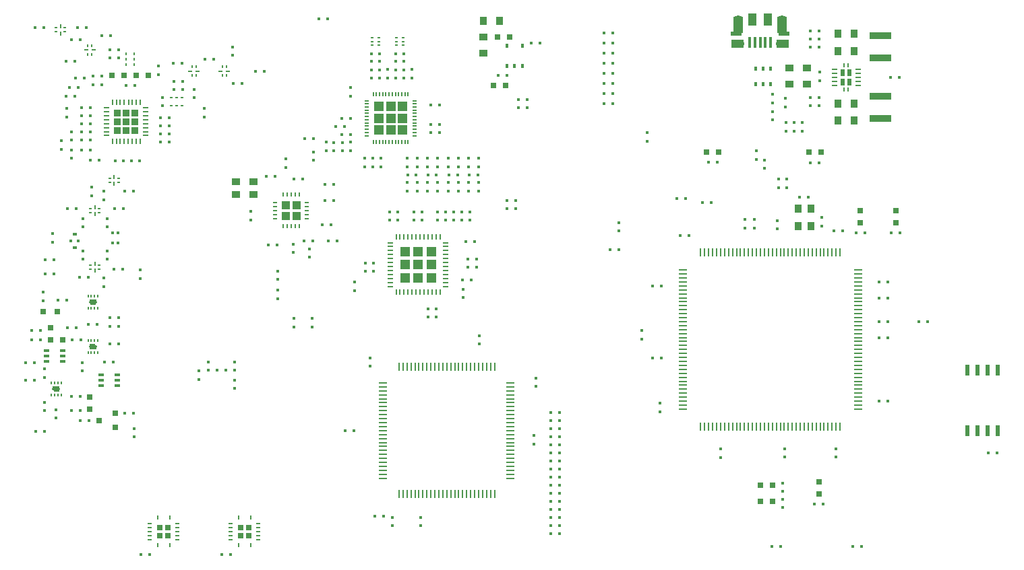
<source format=gtp>
G04 (created by PCBNEW (2013-01-23 BZR 3920)-stable) date Mon Jun 10 00:49:26 2013*
%MOIN*%
G04 Gerber Fmt 3.4, Leading zero omitted, Abs format*
%FSLAX34Y34*%
G01*
G70*
G90*
G04 APERTURE LIST*
%ADD10C,2.3622e-06*%
%ADD11R,0.02736X0.02736*%
%ADD12R,0.0152X0.0228*%
%ADD13R,0.035872X0.041876*%
%ADD14R,0.041876X0.035872*%
%ADD15R,0.00881598X0.044916*%
%ADD16R,0.044916X0.00881598*%
%ADD17R,0.011932X0.052364*%
%ADD18R,0.042636X0.061864*%
%ADD19R,0.064068X0.043396*%
%ADD20R,0.054644X0.019*%
%ADD21R,0.04788X0.084816*%
%ADD22C,0.04788*%
%ADD23C,0.043396*%
%ADD24R,0.019X0.057*%
%ADD25R,0.00600402X0.013452*%
%ADD26R,0.038912X0.00600402*%
%ADD27O,0.035872X0.00600402*%
%ADD28R,0.035872X0.014972*%
%ADD29O,0.032908X0.00600402*%
%ADD30R,0.00448402X0.00600402*%
%ADD31O,0.02546X0.00836*%
%ADD32O,0.00836X0.02546*%
%ADD33R,0.030704X0.030704*%
%ADD34O,0.00737197X0.026068*%
%ADD35O,0.026068X0.00737197*%
%ADD36R,0.045144X0.045144*%
%ADD37O,0.026904X0.00836*%
%ADD38R,0.032908X0.032908*%
%ADD39O,0.00836X0.026904*%
%ADD40O,0.02394X0.00836*%
%ADD41O,0.00836X0.02394*%
%ADD42R,0.039672X0.039672*%
%ADD43R,0.110732X0.035872*%
%ADD44R,0.011932X0.014972*%
%ADD45R,0.020976X0.014972*%
%ADD46R,0.014972X0.017936*%
%ADD47R,0.016492X0.00744803*%
%ADD48R,0.02584X0.02584*%
%ADD49R,0.01672X0.0152*%
%ADD50R,0.0152X0.01672*%
%ADD51R,0.00576X0.016224*%
%ADD52R,0.02304X0.00758402*%
%ADD53R,0.016224X0.00576*%
%ADD54R,0.00758402X0.02304*%
%ADD55R,0.00988X0.012236*%
%ADD56R,0.012236X0.00988*%
%ADD57R,0.0494X0.0494*%
%ADD58R,0.034428X0.043092*%
%ADD59R,0.043092X0.034428*%
%ADD60R,0.016492X0.02394*%
%ADD61R,0.02964X0.01368*%
%ADD62R,0.02546X0.00836*%
%ADD63R,0.024624X0.035872*%
%ADD64R,0.00836X0.020976*%
G04 APERTURE END LIST*
G54D10*
G54D11*
X37600Y-41650D03*
X37600Y-42350D03*
X36800Y-42000D03*
X34050Y-36600D03*
X34750Y-36600D03*
X34400Y-37400D03*
G54D12*
X56975Y-24450D03*
X57725Y-24450D03*
X56975Y-23450D03*
X57350Y-24450D03*
X57725Y-23450D03*
G54D13*
X72015Y-32383D03*
X71385Y-31517D03*
X72015Y-31517D03*
X71385Y-32383D03*
G54D14*
X43567Y-30815D03*
X44433Y-30185D03*
X44433Y-30815D03*
X43567Y-30185D03*
G54D15*
X56362Y-39350D03*
X56165Y-39350D03*
X55969Y-39350D03*
X55772Y-39350D03*
X55575Y-39350D03*
X55378Y-39350D03*
X55181Y-39350D03*
X54984Y-39350D03*
X54787Y-39350D03*
X54591Y-39350D03*
X54394Y-39350D03*
X54197Y-39350D03*
X54000Y-39350D03*
X53803Y-39350D03*
X53606Y-39350D03*
X53409Y-39350D03*
X53213Y-39350D03*
X53016Y-39350D03*
X52819Y-39350D03*
X52622Y-39350D03*
X52425Y-39350D03*
X52228Y-39350D03*
X52031Y-39350D03*
X51835Y-39350D03*
X51638Y-39350D03*
G54D16*
X50850Y-40138D03*
X50850Y-40335D03*
X50850Y-40531D03*
X50850Y-40728D03*
X50850Y-40925D03*
X50850Y-41122D03*
X50850Y-41319D03*
X50850Y-41516D03*
X50850Y-41713D03*
X50850Y-41909D03*
X50850Y-42106D03*
X50850Y-42303D03*
X50850Y-42500D03*
X50850Y-42697D03*
X50850Y-42894D03*
X50850Y-43091D03*
X50850Y-43287D03*
X50850Y-43484D03*
X50850Y-43681D03*
X50850Y-43878D03*
X50850Y-44075D03*
X50850Y-44272D03*
X50850Y-44469D03*
X50850Y-44665D03*
X50850Y-44862D03*
G54D15*
X51638Y-45650D03*
X51835Y-45650D03*
X52031Y-45650D03*
X52228Y-45650D03*
X52425Y-45650D03*
X52622Y-45650D03*
X52819Y-45650D03*
X53016Y-45650D03*
X53213Y-45650D03*
X53409Y-45650D03*
X53606Y-45650D03*
X53803Y-45650D03*
X54000Y-45650D03*
X54197Y-45650D03*
X54394Y-45650D03*
X54591Y-45650D03*
X54787Y-45650D03*
X54984Y-45650D03*
X55181Y-45650D03*
X55378Y-45650D03*
X55575Y-45650D03*
X55772Y-45650D03*
X55969Y-45650D03*
X56165Y-45650D03*
X56362Y-45650D03*
G54D16*
X57150Y-44862D03*
X57150Y-44665D03*
X57150Y-44469D03*
X57150Y-44272D03*
X57150Y-44075D03*
X57150Y-43878D03*
X57150Y-43681D03*
X57150Y-43484D03*
X57150Y-43287D03*
X57150Y-43091D03*
X57150Y-42894D03*
X57150Y-42697D03*
X57150Y-42500D03*
X57150Y-42303D03*
X57150Y-42106D03*
X57150Y-41909D03*
X57150Y-41713D03*
X57150Y-41516D03*
X57150Y-41319D03*
X57150Y-41122D03*
X57150Y-40925D03*
X57150Y-40728D03*
X57150Y-40531D03*
X57150Y-40335D03*
X57150Y-40138D03*
G54D17*
X70012Y-23281D03*
X69756Y-23281D03*
X69500Y-23281D03*
X69244Y-23281D03*
X68988Y-23281D03*
G54D18*
X69879Y-22156D03*
X69121Y-22156D03*
G54D19*
X70614Y-23340D03*
X68386Y-23340D03*
G54D20*
X70676Y-22827D03*
X68324Y-22827D03*
G54D21*
X70583Y-22394D03*
X68417Y-22394D03*
G54D22*
X70583Y-22169D03*
X68417Y-22169D03*
G54D23*
X70479Y-23339D03*
X68521Y-23339D03*
G54D24*
X81250Y-39500D03*
X80750Y-39500D03*
X80250Y-39500D03*
X79750Y-39500D03*
X79750Y-42500D03*
X80250Y-42500D03*
X80750Y-42500D03*
X81250Y-42500D03*
G54D25*
X36264Y-36455D03*
X36421Y-36455D03*
X36579Y-36455D03*
X36736Y-36455D03*
X36736Y-35845D03*
X36579Y-35845D03*
X36421Y-35845D03*
X36264Y-35845D03*
G54D26*
X36500Y-36150D03*
G54D27*
X36500Y-36052D03*
G54D28*
X36500Y-36150D03*
G54D29*
X36520Y-36248D03*
G54D30*
X36333Y-36248D03*
G54D25*
X34454Y-40745D03*
X34611Y-40745D03*
X34769Y-40745D03*
X34926Y-40745D03*
X34926Y-40135D03*
X34769Y-40135D03*
X34611Y-40135D03*
X34454Y-40135D03*
G54D26*
X34690Y-40440D03*
G54D27*
X34690Y-40342D03*
G54D28*
X34690Y-40440D03*
G54D29*
X34710Y-40538D03*
G54D30*
X34523Y-40538D03*
G54D25*
X36736Y-38045D03*
X36579Y-38045D03*
X36421Y-38045D03*
X36264Y-38045D03*
X36264Y-38655D03*
X36421Y-38655D03*
X36579Y-38655D03*
X36736Y-38655D03*
G54D26*
X36500Y-38350D03*
G54D27*
X36500Y-38448D03*
G54D28*
X36500Y-38350D03*
G54D29*
X36480Y-38252D03*
G54D30*
X36667Y-38252D03*
G54D31*
X44679Y-47894D03*
X44679Y-47697D03*
X44679Y-47500D03*
X44679Y-47303D03*
X44679Y-47106D03*
G54D32*
X43705Y-46821D03*
G54D31*
X43321Y-47106D03*
X43321Y-47303D03*
X43321Y-47500D03*
X43321Y-47697D03*
X43321Y-47894D03*
G54D33*
X44202Y-47702D03*
X43798Y-47702D03*
X44202Y-47298D03*
X43798Y-47298D03*
G54D32*
X44295Y-46821D03*
X43705Y-48179D03*
X44295Y-48179D03*
G54D31*
X40679Y-47894D03*
X40679Y-47697D03*
X40679Y-47500D03*
X40679Y-47303D03*
X40679Y-47106D03*
G54D32*
X39705Y-46821D03*
G54D31*
X39321Y-47106D03*
X39321Y-47303D03*
X39321Y-47500D03*
X39321Y-47697D03*
X39321Y-47894D03*
G54D33*
X40202Y-47702D03*
X39798Y-47702D03*
X40202Y-47298D03*
X39798Y-47298D03*
G54D32*
X40295Y-46821D03*
X39705Y-48179D03*
X40295Y-48179D03*
G54D34*
X52091Y-25844D03*
X51934Y-25844D03*
X51776Y-25844D03*
X51619Y-25844D03*
X51461Y-25844D03*
X51304Y-25844D03*
X51146Y-25844D03*
X50989Y-25844D03*
X50831Y-25844D03*
X50674Y-25844D03*
X50516Y-25844D03*
X50359Y-25844D03*
G54D35*
X50044Y-26159D03*
X50044Y-26316D03*
X50044Y-26474D03*
X50044Y-26631D03*
X50044Y-26789D03*
X50044Y-26946D03*
X50044Y-27104D03*
X50044Y-27261D03*
X50044Y-27419D03*
X50044Y-27576D03*
X50044Y-27734D03*
X50044Y-27891D03*
G54D34*
X50359Y-28206D03*
X50516Y-28206D03*
X50674Y-28206D03*
X50831Y-28206D03*
X50989Y-28206D03*
X51146Y-28206D03*
X51304Y-28206D03*
X51461Y-28206D03*
X51619Y-28206D03*
X51776Y-28206D03*
X51934Y-28206D03*
X52091Y-28206D03*
G54D35*
X52406Y-27891D03*
X52406Y-27734D03*
X52406Y-27576D03*
X52406Y-27419D03*
X52406Y-27261D03*
X52406Y-27104D03*
X52406Y-26946D03*
X52406Y-26789D03*
X52406Y-26631D03*
X52406Y-26474D03*
X52406Y-26316D03*
X52406Y-26159D03*
G54D36*
X51819Y-26431D03*
X51819Y-27025D03*
X51819Y-27619D03*
X51225Y-26431D03*
X51225Y-27025D03*
X51225Y-27619D03*
X50631Y-26431D03*
X50631Y-27025D03*
X50631Y-27619D03*
G54D37*
X37185Y-26511D03*
X37185Y-26708D03*
X37185Y-26905D03*
X37185Y-27102D03*
X37185Y-27298D03*
X37185Y-27495D03*
X37185Y-27692D03*
X37185Y-27889D03*
G54D38*
X37717Y-26767D03*
X38150Y-26767D03*
X38583Y-26767D03*
X37717Y-27200D03*
X38150Y-27200D03*
X38583Y-27200D03*
X37717Y-27633D03*
X38150Y-27633D03*
X38583Y-27633D03*
G54D39*
X37461Y-28165D03*
X37658Y-28165D03*
X37855Y-28165D03*
X38052Y-28165D03*
X38248Y-28165D03*
X38445Y-28165D03*
X38642Y-28165D03*
X38839Y-28165D03*
G54D37*
X39115Y-27889D03*
X39115Y-27692D03*
X39115Y-27495D03*
X39115Y-27298D03*
X39115Y-27102D03*
X39115Y-26905D03*
X39115Y-26708D03*
X39115Y-26511D03*
G54D39*
X38839Y-26235D03*
X38642Y-26235D03*
X38445Y-26235D03*
X38268Y-26235D03*
X38052Y-26235D03*
X37855Y-26235D03*
X37678Y-26235D03*
X37461Y-26235D03*
G54D40*
X45513Y-31206D03*
X45513Y-31403D03*
X45513Y-31600D03*
X45513Y-31797D03*
X45513Y-31994D03*
G54D41*
X45906Y-32387D03*
X46103Y-32387D03*
X46300Y-32387D03*
X46497Y-32387D03*
X46694Y-32387D03*
G54D40*
X47087Y-31994D03*
X47087Y-31797D03*
X47087Y-31600D03*
X47087Y-31403D03*
X47087Y-31206D03*
G54D41*
X46694Y-30813D03*
X46497Y-30813D03*
X46300Y-30813D03*
X46103Y-30813D03*
X45906Y-30813D03*
G54D42*
X46039Y-31339D03*
X46561Y-31339D03*
X46039Y-31861D03*
X46561Y-31861D03*
G54D43*
X75450Y-27051D03*
X75450Y-25949D03*
X75450Y-24051D03*
X75450Y-22949D03*
G54D15*
X73445Y-33659D03*
X73248Y-33659D03*
X73051Y-33659D03*
X72854Y-33659D03*
X72657Y-33659D03*
X72461Y-33659D03*
X72264Y-33659D03*
X72067Y-33659D03*
X71870Y-33659D03*
X71673Y-33659D03*
X71476Y-33659D03*
X71280Y-33659D03*
X71083Y-33659D03*
X70886Y-33659D03*
X70689Y-33659D03*
X70492Y-33659D03*
X70295Y-33659D03*
X70098Y-33659D03*
X69902Y-33659D03*
X69705Y-33659D03*
X69508Y-33659D03*
X69311Y-33659D03*
X69114Y-33659D03*
X68917Y-33659D03*
X68720Y-33659D03*
X68524Y-33659D03*
X68327Y-33659D03*
X68130Y-33659D03*
X67933Y-33659D03*
X67736Y-33659D03*
X67539Y-33659D03*
X67343Y-33659D03*
X67146Y-33659D03*
X66949Y-33659D03*
X66752Y-33659D03*
X66555Y-33659D03*
G54D16*
X65669Y-34545D03*
X65669Y-34742D03*
X65669Y-34939D03*
X65669Y-35136D03*
X65669Y-35333D03*
X65669Y-35529D03*
X65669Y-35726D03*
X65669Y-35923D03*
X65669Y-36120D03*
X65669Y-36317D03*
X65669Y-36514D03*
X65669Y-36710D03*
X65669Y-36907D03*
X65669Y-37104D03*
X65669Y-37301D03*
X65669Y-37498D03*
X65669Y-37695D03*
X65669Y-37892D03*
X65669Y-38088D03*
X65669Y-38285D03*
X65669Y-38482D03*
X65669Y-38679D03*
X65669Y-38876D03*
X65669Y-39073D03*
X65669Y-39270D03*
X65669Y-39466D03*
X65669Y-39663D03*
X65669Y-39860D03*
X65669Y-40057D03*
X65669Y-40254D03*
X65669Y-40451D03*
X65669Y-40647D03*
X65669Y-40844D03*
X65669Y-41041D03*
X65669Y-41238D03*
X65669Y-41435D03*
G54D15*
X66555Y-42321D03*
X66752Y-42321D03*
X66949Y-42321D03*
X67146Y-42321D03*
X67343Y-42321D03*
X67539Y-42321D03*
X67736Y-42321D03*
X67933Y-42321D03*
X68130Y-42321D03*
X68327Y-42321D03*
X68524Y-42321D03*
X68720Y-42321D03*
X68917Y-42321D03*
X69114Y-42321D03*
X69311Y-42321D03*
X69508Y-42321D03*
X69705Y-42321D03*
X69902Y-42321D03*
X70098Y-42321D03*
X70295Y-42321D03*
X70492Y-42321D03*
X70689Y-42321D03*
X70886Y-42321D03*
X71083Y-42321D03*
X71280Y-42321D03*
X71476Y-42321D03*
X71673Y-42321D03*
X71870Y-42321D03*
X72067Y-42321D03*
X72264Y-42321D03*
X72461Y-42321D03*
X72657Y-42321D03*
X72854Y-42321D03*
X73051Y-42321D03*
X73248Y-42321D03*
X73445Y-42321D03*
G54D16*
X74331Y-41435D03*
X74331Y-41238D03*
X74331Y-41041D03*
X74331Y-40844D03*
X74331Y-40647D03*
X74331Y-40451D03*
X74331Y-40254D03*
X74331Y-40057D03*
X74331Y-39860D03*
X74331Y-39663D03*
X74331Y-39466D03*
X74331Y-39270D03*
X74331Y-39073D03*
X74331Y-38876D03*
X74331Y-38679D03*
X74331Y-38482D03*
X74331Y-38285D03*
X74331Y-38088D03*
X74331Y-37892D03*
X74331Y-37695D03*
X74331Y-37498D03*
X74331Y-37301D03*
X74331Y-37104D03*
X74331Y-36907D03*
X74331Y-36710D03*
X74331Y-36514D03*
X74331Y-36317D03*
X74331Y-36120D03*
X74331Y-35923D03*
X74331Y-35726D03*
X74331Y-35529D03*
X74331Y-35333D03*
X74331Y-35136D03*
X74331Y-34939D03*
X74331Y-34742D03*
X74331Y-34545D03*
G54D44*
X37738Y-33196D03*
X37738Y-32704D03*
X37462Y-32704D03*
X37462Y-33196D03*
G54D45*
X35600Y-32765D03*
X35600Y-33435D03*
G54D46*
X35777Y-33100D03*
X35423Y-33100D03*
G54D47*
X51508Y-23028D03*
X51508Y-23225D03*
X51508Y-23422D03*
X51842Y-23422D03*
X51842Y-23225D03*
X51842Y-23028D03*
X50308Y-23028D03*
X50308Y-23225D03*
X50308Y-23422D03*
X50642Y-23422D03*
X50642Y-23225D03*
X50642Y-23028D03*
G54D48*
X72500Y-28700D03*
X71900Y-28700D03*
X67450Y-28700D03*
X66850Y-28700D03*
X72400Y-45050D03*
X72400Y-45650D03*
X70100Y-46000D03*
X69500Y-46000D03*
X70100Y-45200D03*
X69500Y-45200D03*
X74450Y-31600D03*
X74450Y-32200D03*
X76200Y-31600D03*
X76200Y-32200D03*
X37450Y-24900D03*
X38050Y-24900D03*
X35000Y-38000D03*
X34400Y-38000D03*
X57100Y-23000D03*
X56500Y-23000D03*
X39250Y-24900D03*
X38650Y-24900D03*
X56900Y-25400D03*
X56300Y-25400D03*
X36350Y-40850D03*
X36350Y-41450D03*
G54D49*
X62500Y-32190D03*
X62500Y-32610D03*
G54D50*
X72410Y-23500D03*
X71990Y-23500D03*
X72410Y-23100D03*
X71990Y-23100D03*
X77340Y-37100D03*
X77760Y-37100D03*
X74510Y-48250D03*
X74090Y-48250D03*
G54D49*
X71190Y-27240D03*
X71190Y-27660D03*
X71590Y-27660D03*
X71590Y-27240D03*
X70750Y-26460D03*
X70750Y-26040D03*
X70790Y-27660D03*
X70790Y-27240D03*
G54D50*
X75940Y-25000D03*
X76360Y-25000D03*
X35340Y-25500D03*
X35760Y-25500D03*
X72410Y-26000D03*
X71990Y-26000D03*
G54D49*
X54075Y-30215D03*
X54075Y-30635D03*
G54D50*
X37760Y-23650D03*
X37340Y-23650D03*
X35640Y-25050D03*
X36060Y-25050D03*
X40490Y-24300D03*
X40910Y-24300D03*
G54D49*
X38850Y-34960D03*
X38850Y-34540D03*
G54D50*
X36360Y-28600D03*
X35940Y-28600D03*
G54D49*
X34950Y-28560D03*
X34950Y-28140D03*
G54D50*
X35940Y-27700D03*
X36360Y-27700D03*
X36360Y-26500D03*
X35940Y-26500D03*
X62090Y-33550D03*
X62510Y-33550D03*
G54D49*
X63650Y-37960D03*
X63650Y-37540D03*
X55575Y-30215D03*
X55575Y-30635D03*
X55075Y-30215D03*
X55075Y-30635D03*
X54575Y-30215D03*
X54575Y-30635D03*
G54D50*
X57410Y-31500D03*
X56990Y-31500D03*
X57540Y-26500D03*
X57960Y-26500D03*
X34790Y-36050D03*
X35210Y-36050D03*
G54D49*
X54075Y-29015D03*
X54075Y-29435D03*
X54575Y-29015D03*
X54575Y-29435D03*
X55075Y-29015D03*
X55075Y-29435D03*
X55575Y-29015D03*
X55575Y-29435D03*
G54D50*
X57410Y-31100D03*
X56990Y-31100D03*
X57540Y-26100D03*
X57960Y-26100D03*
G54D49*
X53525Y-29015D03*
X53525Y-29435D03*
X53025Y-29015D03*
X53025Y-29435D03*
X52525Y-29015D03*
X52525Y-29435D03*
X52025Y-29015D03*
X52025Y-29435D03*
X38550Y-42810D03*
X38550Y-42390D03*
G54D50*
X48415Y-28225D03*
X48835Y-28225D03*
X48415Y-28625D03*
X48835Y-28625D03*
G54D49*
X47350Y-36940D03*
X47350Y-37360D03*
X46450Y-36940D03*
X46450Y-37360D03*
X36000Y-31990D03*
X36000Y-32410D03*
G54D50*
X37540Y-34500D03*
X37960Y-34500D03*
G54D49*
X37050Y-30640D03*
X37050Y-31060D03*
G54D50*
X42040Y-24100D03*
X42460Y-24100D03*
G54D49*
X41500Y-25590D03*
X41500Y-26010D03*
G54D50*
X35190Y-24200D03*
X35610Y-24200D03*
G54D49*
X36450Y-30440D03*
X36450Y-30860D03*
X40500Y-25190D03*
X40500Y-25610D03*
X36000Y-34010D03*
X36000Y-33590D03*
X37200Y-33590D03*
X37200Y-34010D03*
X40950Y-25190D03*
X40950Y-25610D03*
G54D50*
X35840Y-34900D03*
X36260Y-34900D03*
X35240Y-31500D03*
X35660Y-31500D03*
G54D49*
X37050Y-34940D03*
X37050Y-35360D03*
G54D50*
X45610Y-33300D03*
X45190Y-33300D03*
G54D49*
X44300Y-31640D03*
X44300Y-32060D03*
G54D50*
X59140Y-47600D03*
X59560Y-47600D03*
X59140Y-47200D03*
X59560Y-47200D03*
X38090Y-30650D03*
X38510Y-30650D03*
X40260Y-28200D03*
X39840Y-28200D03*
X40260Y-27000D03*
X39840Y-27000D03*
X40260Y-27400D03*
X39840Y-27400D03*
X35940Y-27300D03*
X36360Y-27300D03*
X35940Y-26900D03*
X36360Y-26900D03*
X43440Y-25300D03*
X43860Y-25300D03*
X44540Y-24700D03*
X44960Y-24700D03*
G54D49*
X42000Y-26960D03*
X42000Y-26540D03*
G54D50*
X59140Y-46800D03*
X59560Y-46800D03*
X37590Y-31500D03*
X38010Y-31500D03*
X36810Y-29100D03*
X36390Y-29100D03*
G54D49*
X35450Y-29010D03*
X35450Y-28590D03*
G54D50*
X35940Y-28100D03*
X36360Y-28100D03*
G54D49*
X35450Y-27690D03*
X35450Y-28110D03*
X43400Y-23490D03*
X43400Y-23910D03*
X37200Y-31990D03*
X37200Y-32410D03*
G54D50*
X62210Y-22800D03*
X61790Y-22800D03*
X67360Y-29200D03*
X66940Y-29200D03*
X72190Y-46150D03*
X72610Y-46150D03*
X75990Y-32700D03*
X76410Y-32700D03*
X74240Y-32700D03*
X74660Y-32700D03*
G54D49*
X70600Y-45090D03*
X70600Y-45510D03*
X70600Y-45890D03*
X70600Y-46310D03*
X69200Y-32040D03*
X69200Y-32460D03*
G54D50*
X61790Y-24300D03*
X62210Y-24300D03*
X72410Y-29250D03*
X71990Y-29250D03*
G54D49*
X63900Y-28160D03*
X63900Y-27740D03*
X70100Y-27110D03*
X70100Y-26690D03*
G54D50*
X66640Y-31200D03*
X67060Y-31200D03*
X65390Y-31000D03*
X65810Y-31000D03*
G54D49*
X70100Y-26260D03*
X70100Y-25840D03*
G54D50*
X70510Y-48250D03*
X70090Y-48250D03*
G54D49*
X69700Y-29090D03*
X69700Y-29510D03*
X69300Y-28640D03*
X69300Y-29060D03*
G54D50*
X59140Y-43600D03*
X59560Y-43600D03*
X59140Y-46400D03*
X59560Y-46400D03*
X59140Y-46000D03*
X59560Y-46000D03*
X61790Y-26300D03*
X62210Y-26300D03*
X59140Y-45600D03*
X59560Y-45600D03*
X59140Y-45200D03*
X59560Y-45200D03*
X59140Y-44800D03*
X59560Y-44800D03*
X59140Y-44400D03*
X59560Y-44400D03*
X59140Y-44000D03*
X59560Y-44000D03*
X72410Y-26400D03*
X71990Y-26400D03*
X61790Y-24800D03*
X62210Y-24800D03*
X59140Y-43200D03*
X59560Y-43200D03*
X59140Y-42800D03*
X59560Y-42800D03*
X59140Y-42400D03*
X59560Y-42400D03*
X59140Y-42000D03*
X59560Y-42000D03*
X59140Y-41600D03*
X59560Y-41600D03*
X46860Y-30050D03*
X46440Y-30050D03*
X52065Y-29825D03*
X52485Y-29825D03*
G54D49*
X50675Y-24215D03*
X50675Y-24635D03*
X49925Y-29435D03*
X49925Y-29015D03*
X52025Y-30635D03*
X52025Y-30215D03*
X52525Y-30635D03*
X52525Y-30215D03*
X53025Y-30635D03*
X53025Y-30215D03*
X53525Y-30635D03*
X53525Y-30215D03*
X50275Y-24215D03*
X50275Y-24635D03*
X49225Y-28215D03*
X49225Y-28635D03*
G54D50*
X45090Y-29900D03*
X45510Y-29900D03*
G54D49*
X48025Y-28215D03*
X48025Y-28635D03*
X47400Y-28690D03*
X47400Y-29110D03*
G54D50*
X46990Y-28050D03*
X47410Y-28050D03*
X48260Y-32300D03*
X47840Y-32300D03*
X47360Y-33100D03*
X46940Y-33100D03*
G54D49*
X51475Y-24215D03*
X51475Y-24635D03*
G54D50*
X48410Y-31100D03*
X47990Y-31100D03*
X49965Y-34200D03*
X50385Y-34200D03*
X49965Y-34600D03*
X50385Y-34600D03*
X72410Y-22700D03*
X71990Y-22700D03*
X65540Y-32850D03*
X65960Y-32850D03*
X64190Y-35350D03*
X64610Y-35350D03*
X64190Y-38900D03*
X64610Y-38900D03*
G54D49*
X64550Y-41140D03*
X64550Y-41560D03*
X67540Y-43830D03*
X67540Y-43410D03*
X70700Y-43810D03*
X70700Y-43390D03*
X73250Y-43810D03*
X73250Y-43390D03*
G54D50*
X75810Y-41050D03*
X75390Y-41050D03*
X75810Y-37900D03*
X75390Y-37900D03*
X75810Y-37100D03*
X75390Y-37100D03*
X75810Y-35950D03*
X75390Y-35950D03*
G54D49*
X49225Y-25515D03*
X49225Y-25935D03*
X53525Y-31665D03*
X53525Y-32085D03*
X53925Y-31665D03*
X53925Y-32085D03*
X52375Y-31665D03*
X52375Y-32085D03*
X52775Y-31665D03*
X52775Y-32085D03*
X51575Y-31665D03*
X51575Y-32085D03*
X51175Y-31665D03*
X51175Y-32085D03*
X53075Y-36885D03*
X53075Y-36465D03*
X53475Y-36885D03*
X53475Y-36465D03*
G54D50*
X55210Y-35050D03*
X54790Y-35050D03*
G54D49*
X54800Y-35910D03*
X54800Y-35490D03*
G54D50*
X55460Y-34000D03*
X55040Y-34000D03*
X55460Y-34400D03*
X55040Y-34400D03*
X55360Y-33150D03*
X54940Y-33150D03*
G54D49*
X52275Y-24615D03*
X52275Y-25035D03*
X51075Y-24615D03*
X51075Y-25035D03*
G54D50*
X75810Y-35150D03*
X75390Y-35150D03*
X48815Y-27025D03*
X49235Y-27025D03*
X48515Y-27425D03*
X48935Y-27425D03*
X48815Y-27825D03*
X49235Y-27825D03*
G54D49*
X50725Y-29435D03*
X50725Y-29015D03*
X50325Y-29435D03*
X50325Y-29015D03*
G54D50*
X53635Y-27725D03*
X53215Y-27725D03*
X53635Y-27325D03*
X53215Y-27325D03*
X53635Y-26375D03*
X53215Y-26375D03*
X55115Y-29825D03*
X55535Y-29825D03*
X54115Y-29825D03*
X54535Y-29825D03*
G54D49*
X55125Y-31665D03*
X55125Y-32085D03*
X54725Y-31665D03*
X54725Y-32085D03*
X51875Y-24215D03*
X51875Y-24635D03*
X54325Y-31665D03*
X54325Y-32085D03*
G54D50*
X53065Y-29825D03*
X53485Y-29825D03*
X33490Y-38000D03*
X33910Y-38000D03*
X38400Y-29130D03*
X38820Y-29130D03*
X33610Y-39150D03*
X33190Y-39150D03*
X33610Y-40000D03*
X33190Y-40000D03*
G54D49*
X34100Y-41510D03*
X34100Y-41090D03*
X34680Y-41880D03*
X34680Y-41460D03*
G54D50*
X35860Y-40800D03*
X35440Y-40800D03*
G54D49*
X35970Y-39130D03*
X35970Y-39550D03*
G54D50*
X35660Y-37400D03*
X35240Y-37400D03*
X37510Y-39100D03*
X37090Y-39100D03*
G54D49*
X34100Y-39440D03*
X34100Y-39860D03*
G54D50*
X37760Y-37350D03*
X37340Y-37350D03*
X33640Y-22550D03*
X34060Y-22550D03*
X37760Y-38200D03*
X37340Y-38200D03*
X37360Y-22950D03*
X36940Y-22950D03*
G54D49*
X34050Y-35640D03*
X34050Y-36060D03*
G54D50*
X38890Y-48650D03*
X39310Y-48650D03*
X35860Y-23150D03*
X35440Y-23150D03*
X35910Y-38000D03*
X35490Y-38000D03*
X37760Y-24050D03*
X37340Y-24050D03*
X48110Y-22100D03*
X47690Y-22100D03*
X35740Y-22550D03*
X36160Y-22550D03*
X37600Y-29130D03*
X38020Y-29130D03*
G54D49*
X36500Y-24940D03*
X36500Y-25360D03*
G54D50*
X36290Y-37250D03*
X36710Y-37250D03*
G54D49*
X34500Y-32740D03*
X34500Y-33160D03*
X36950Y-25360D03*
X36950Y-24940D03*
X39750Y-24440D03*
X39750Y-24860D03*
G54D50*
X34560Y-34750D03*
X34140Y-34750D03*
X37340Y-36900D03*
X37760Y-36900D03*
X34560Y-34050D03*
X34140Y-34050D03*
G54D49*
X35200Y-26960D03*
X35200Y-26540D03*
G54D50*
X71860Y-30950D03*
X71440Y-30950D03*
X73560Y-32600D03*
X73140Y-32600D03*
G54D49*
X68750Y-32040D03*
X68750Y-32460D03*
X70350Y-32090D03*
X70350Y-32510D03*
G54D50*
X80790Y-43600D03*
X81210Y-43600D03*
G54D49*
X72450Y-24740D03*
X72450Y-25160D03*
X58300Y-43160D03*
X58300Y-42740D03*
X58400Y-39890D03*
X58400Y-40310D03*
X55600Y-37790D03*
X55600Y-38210D03*
X50200Y-38890D03*
X50200Y-39310D03*
X52700Y-47210D03*
X52700Y-46790D03*
G54D50*
X48990Y-42500D03*
X49410Y-42500D03*
G54D49*
X51300Y-47210D03*
X51300Y-46790D03*
X70400Y-30460D03*
X70400Y-30040D03*
X70800Y-30040D03*
X70800Y-30460D03*
X72550Y-31940D03*
X72550Y-32360D03*
G54D50*
X35190Y-25950D03*
X35610Y-25950D03*
X56960Y-24900D03*
X56540Y-24900D03*
X35440Y-41500D03*
X35860Y-41500D03*
X38510Y-41650D03*
X38090Y-41650D03*
X36310Y-42000D03*
X35890Y-42000D03*
X33910Y-37550D03*
X33490Y-37550D03*
X34110Y-42550D03*
X33690Y-42550D03*
X42890Y-48650D03*
X43310Y-48650D03*
X40260Y-27800D03*
X39840Y-27800D03*
G54D49*
X39950Y-25990D03*
X39950Y-26410D03*
G54D50*
X38560Y-25400D03*
X38140Y-25400D03*
X51465Y-23825D03*
X51885Y-23825D03*
X51465Y-25025D03*
X51885Y-25025D03*
X50265Y-23825D03*
X50685Y-23825D03*
X50265Y-25025D03*
X50685Y-25025D03*
X48140Y-33100D03*
X48560Y-33100D03*
G54D49*
X47200Y-33490D03*
X47200Y-33910D03*
X46050Y-29460D03*
X46050Y-29040D03*
G54D50*
X47990Y-30300D03*
X48410Y-30300D03*
G54D49*
X49450Y-35140D03*
X49450Y-35560D03*
G54D50*
X50440Y-46750D03*
X50860Y-46750D03*
X58610Y-23300D03*
X58190Y-23300D03*
X61790Y-25300D03*
X62210Y-25300D03*
X61790Y-23300D03*
X62210Y-23300D03*
X61790Y-23800D03*
X62210Y-23800D03*
X61790Y-25800D03*
X62210Y-25800D03*
G54D49*
X43500Y-39990D03*
X43500Y-40410D03*
G54D50*
X42640Y-39500D03*
X43060Y-39500D03*
G54D49*
X45650Y-35960D03*
X45650Y-35540D03*
X42200Y-39510D03*
X42200Y-39090D03*
X43500Y-39090D03*
X43500Y-39510D03*
X41750Y-39960D03*
X41750Y-39540D03*
X45650Y-34590D03*
X45650Y-35010D03*
G54D51*
X43098Y-24489D03*
G54D52*
X42823Y-24700D03*
G54D51*
X42902Y-24911D03*
X43098Y-24911D03*
G54D52*
X43177Y-24700D03*
G54D51*
X42902Y-24489D03*
X41402Y-24911D03*
G54D52*
X41677Y-24700D03*
G54D51*
X41598Y-24489D03*
X41402Y-24489D03*
G54D52*
X41323Y-24700D03*
G54D51*
X41598Y-24911D03*
X36448Y-23439D03*
G54D52*
X36173Y-23650D03*
G54D51*
X36252Y-23861D03*
X36448Y-23861D03*
G54D52*
X36527Y-23650D03*
G54D51*
X36252Y-23439D03*
G54D53*
X34689Y-22552D03*
G54D54*
X34900Y-22827D03*
G54D53*
X35111Y-22748D03*
X35111Y-22552D03*
G54D54*
X34900Y-22473D03*
G54D53*
X34689Y-22748D03*
X37761Y-30198D03*
G54D54*
X37550Y-29923D03*
G54D53*
X37339Y-30002D03*
X37339Y-30198D03*
G54D54*
X37550Y-30277D03*
G54D53*
X37761Y-30002D03*
X36389Y-31502D03*
G54D54*
X36600Y-31777D03*
G54D53*
X36811Y-31698D03*
X36811Y-31502D03*
G54D54*
X36600Y-31423D03*
G54D53*
X36389Y-31698D03*
X36811Y-34498D03*
G54D54*
X36600Y-34223D03*
G54D53*
X36389Y-34302D03*
X36389Y-34498D03*
G54D54*
X36600Y-34577D03*
G54D53*
X36811Y-34302D03*
G54D55*
X38155Y-23840D03*
X38155Y-24100D03*
X38155Y-24360D03*
X38545Y-24360D03*
X38545Y-24100D03*
X38545Y-23840D03*
G54D56*
X40910Y-26005D03*
X40650Y-26005D03*
X40390Y-26005D03*
X40390Y-26395D03*
X40650Y-26395D03*
X40910Y-26395D03*
G54D39*
X53658Y-32917D03*
X53461Y-32917D03*
X53264Y-32917D03*
X53067Y-32917D03*
X52870Y-32917D03*
X52673Y-32917D03*
X52477Y-32917D03*
X52280Y-32917D03*
X52083Y-32917D03*
X51886Y-32917D03*
X51689Y-32917D03*
X51492Y-32917D03*
G54D37*
X51217Y-33192D03*
X51217Y-33389D03*
X51217Y-33586D03*
X51217Y-33783D03*
X51217Y-33980D03*
X51217Y-34177D03*
X51217Y-34373D03*
X51217Y-34570D03*
X51217Y-34767D03*
X51217Y-34964D03*
X51217Y-35161D03*
X51217Y-35358D03*
G54D39*
X51492Y-35633D03*
X51689Y-35633D03*
X51886Y-35633D03*
X52083Y-35633D03*
X52280Y-35633D03*
X52477Y-35633D03*
X52673Y-35633D03*
X52870Y-35633D03*
X53067Y-35633D03*
X53264Y-35633D03*
X53461Y-35633D03*
X53658Y-35633D03*
G54D37*
X53933Y-35358D03*
X53933Y-35161D03*
X53933Y-34964D03*
X53933Y-34767D03*
X53933Y-34570D03*
X53933Y-34373D03*
X53933Y-34177D03*
X53933Y-33980D03*
X53933Y-33783D03*
X53933Y-33586D03*
X53933Y-33389D03*
X53933Y-33192D03*
G54D57*
X53225Y-33625D03*
X53225Y-34275D03*
X53225Y-34925D03*
X52575Y-33625D03*
X52575Y-34275D03*
X52575Y-34925D03*
X51925Y-33625D03*
X51925Y-34275D03*
X51925Y-34925D03*
G54D58*
X74150Y-26300D03*
X73350Y-26300D03*
X74150Y-27150D03*
X73350Y-27150D03*
X73350Y-22850D03*
X74150Y-22850D03*
X73350Y-23700D03*
X74150Y-23700D03*
X55800Y-22200D03*
X56600Y-22200D03*
G54D59*
X55800Y-23800D03*
X55800Y-23000D03*
X71800Y-24550D03*
X71800Y-25350D03*
X70950Y-25350D03*
X70950Y-24550D03*
G54D60*
X70024Y-24566D03*
X69650Y-24566D03*
X69276Y-24566D03*
X69276Y-25334D03*
X69650Y-25334D03*
X70024Y-25334D03*
G54D61*
X37695Y-40260D03*
X37695Y-40000D03*
X37695Y-39740D03*
X36905Y-39740D03*
X36905Y-40000D03*
X36905Y-40260D03*
X34205Y-38540D03*
X34205Y-38800D03*
X34205Y-39060D03*
X34995Y-39060D03*
X34995Y-38800D03*
X34995Y-38540D03*
G54D62*
X73159Y-24606D03*
X73159Y-24803D03*
X73159Y-25000D03*
X73159Y-25197D03*
X73159Y-25394D03*
X74341Y-25394D03*
X74341Y-25197D03*
X74341Y-25000D03*
X74341Y-24803D03*
X74341Y-24606D03*
G54D63*
X73912Y-25236D03*
X73912Y-24764D03*
X73588Y-24764D03*
X73588Y-25236D03*
G54D64*
X73848Y-24390D03*
X73652Y-24390D03*
X73652Y-25610D03*
X73848Y-25610D03*
G54D49*
X46400Y-33260D03*
X46400Y-33680D03*
M02*

</source>
